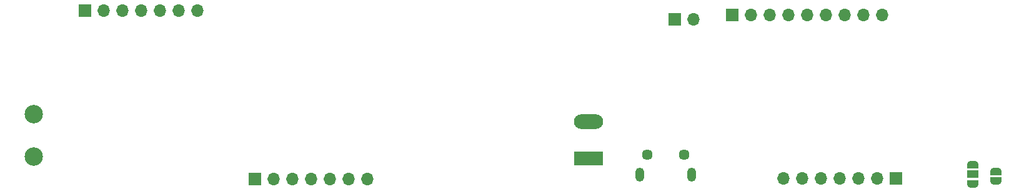
<source format=gbr>
%TF.GenerationSoftware,KiCad,Pcbnew,(6.0.8-1)-1*%
%TF.CreationDate,2022-11-21T09:11:56+01:00*%
%TF.ProjectId,KNXCurrent,4b4e5843-7572-4726-956e-742e6b696361,rev?*%
%TF.SameCoordinates,Original*%
%TF.FileFunction,Soldermask,Bot*%
%TF.FilePolarity,Negative*%
%FSLAX46Y46*%
G04 Gerber Fmt 4.6, Leading zero omitted, Abs format (unit mm)*
G04 Created by KiCad (PCBNEW (6.0.8-1)-1) date 2022-11-21 09:11:56*
%MOMM*%
%LPD*%
G01*
G04 APERTURE LIST*
G04 Aperture macros list*
%AMFreePoly0*
4,1,20,0.000000,0.744959,0.073905,0.744508,0.209726,0.703889,0.328688,0.626782,0.421226,0.519385,0.479903,0.390333,0.500000,0.250000,0.500000,-0.250000,0.499851,-0.262216,0.476331,-0.402017,0.414519,-0.529596,0.319384,-0.634700,0.198574,-0.708877,0.061801,-0.746166,0.000000,-0.745033,0.000000,-0.750000,-0.550000,-0.750000,-0.550000,0.750000,0.000000,0.750000,0.000000,0.744959,
0.000000,0.744959,$1*%
%AMFreePoly1*
4,1,22,0.550000,-0.750000,0.000000,-0.750000,0.000000,-0.745033,-0.079941,-0.743568,-0.215256,-0.701293,-0.333266,-0.622738,-0.424486,-0.514219,-0.481581,-0.384460,-0.499164,-0.250000,-0.500000,-0.250000,-0.500000,0.250000,-0.499164,0.250000,-0.499963,0.256109,-0.478152,0.396186,-0.417904,0.524511,-0.324060,0.630769,-0.204165,0.706417,-0.067858,0.745374,0.000000,0.744959,0.000000,0.750000,
0.550000,0.750000,0.550000,-0.750000,0.550000,-0.750000,$1*%
%AMFreePoly2*
4,1,20,0.000000,0.744959,0.073905,0.744508,0.209726,0.703889,0.328688,0.626782,0.421226,0.519385,0.479903,0.390333,0.500000,0.250000,0.500000,-0.250000,0.499851,-0.262216,0.476331,-0.402017,0.414519,-0.529596,0.319384,-0.634700,0.198574,-0.708877,0.061801,-0.746166,0.000000,-0.745033,0.000000,-0.750000,-0.500000,-0.750000,-0.500000,0.750000,0.000000,0.750000,0.000000,0.744959,
0.000000,0.744959,$1*%
%AMFreePoly3*
4,1,22,0.500000,-0.750000,0.000000,-0.750000,0.000000,-0.745033,-0.079941,-0.743568,-0.215256,-0.701293,-0.333266,-0.622738,-0.424486,-0.514219,-0.481581,-0.384460,-0.499164,-0.250000,-0.500000,-0.250000,-0.500000,0.250000,-0.499164,0.250000,-0.499963,0.256109,-0.478152,0.396186,-0.417904,0.524511,-0.324060,0.630769,-0.204165,0.706417,-0.067858,0.745374,0.000000,0.744959,0.000000,0.750000,
0.500000,0.750000,0.500000,-0.750000,0.500000,-0.750000,$1*%
G04 Aperture macros list end*
%ADD10O,1.700000X1.700000*%
%ADD11R,1.700000X1.700000*%
%ADD12C,2.500000*%
%ADD13O,3.960000X1.980000*%
%ADD14R,3.960000X1.980000*%
%ADD15C,1.450000*%
%ADD16O,1.200000X1.900000*%
%ADD17FreePoly0,270.000000*%
%ADD18R,1.500000X1.000000*%
%ADD19FreePoly1,270.000000*%
%ADD20FreePoly2,90.000000*%
%ADD21FreePoly3,90.000000*%
G04 APERTURE END LIST*
D10*
%TO.C,J8*%
X171590000Y-95015456D03*
D11*
X169050000Y-95015456D03*
%TD*%
D10*
%TO.C,J5*%
X127415000Y-116693000D03*
X124875000Y-116693000D03*
X122335000Y-116693000D03*
X119795000Y-116693000D03*
X117255000Y-116693000D03*
X114715000Y-116693000D03*
D11*
X112175000Y-116693000D03*
%TD*%
D10*
%TO.C,J7*%
X183810000Y-116554458D03*
X186350000Y-116554458D03*
X188890000Y-116554458D03*
X191430000Y-116554458D03*
X193970000Y-116554458D03*
X196510000Y-116554458D03*
D11*
X199050000Y-116554458D03*
%TD*%
D12*
%TO.C,J2*%
X82200000Y-107843000D03*
X82200000Y-113593000D03*
%TD*%
D13*
%TO.C,J3*%
X157400000Y-108858000D03*
D14*
X157400000Y-113858000D03*
%TD*%
D10*
%TO.C,J1*%
X197160000Y-94400000D03*
X194620000Y-94400000D03*
X192080000Y-94400000D03*
X189540000Y-94400000D03*
X187000000Y-94400000D03*
X184460000Y-94400000D03*
X181920000Y-94400000D03*
X179380000Y-94400000D03*
D11*
X176840000Y-94400000D03*
%TD*%
D15*
%TO.C,J4*%
X165350000Y-113352956D03*
D16*
X171350000Y-116052956D03*
D15*
X170350000Y-113352956D03*
D16*
X164350000Y-116052956D03*
%TD*%
D10*
%TO.C,J6*%
X104365000Y-93821113D03*
X101825000Y-93821113D03*
X99285000Y-93821113D03*
X96745000Y-93821113D03*
X94205000Y-93821113D03*
X91665000Y-93821113D03*
D11*
X89125000Y-93821113D03*
%TD*%
D17*
%TO.C,JP2*%
X209450000Y-117315456D03*
D18*
X209450000Y-116015456D03*
D19*
X209450000Y-114715456D03*
%TD*%
D20*
%TO.C,JP1*%
X212631200Y-115625458D03*
D21*
X212631200Y-116925458D03*
%TD*%
M02*

</source>
